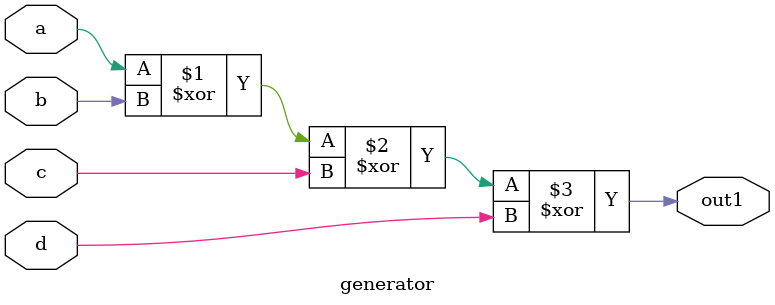
<source format=v>
`timescale 1ns / 1ps

module generator(
    input a, b, c, d,
    output out1 // even parity
    );

assign out1 = a^b^c^d;

endmodule

</source>
